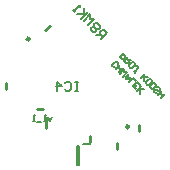
<source format=gbo>
G04*
G04 #@! TF.GenerationSoftware,Altium Limited,Altium Designer,20.0.13 (296)*
G04*
G04 Layer_Color=65280*
%FSLAX25Y25*%
%MOIN*%
G70*
G01*
G75*
%ADD10C,0.00787*%
%ADD11C,0.00600*%
%ADD44C,0.01000*%
%ADD45C,0.00984*%
D10*
X28685Y12650D02*
X29315D01*
X28685Y6350D02*
Y12650D01*
Y6350D02*
X29315D01*
Y12650D01*
X30693Y13398D02*
X33232D01*
D11*
X41550Y38816D02*
X41078D01*
X40607Y39287D01*
X40607Y39759D01*
X41550Y40701D01*
X42021D01*
X42492Y40230D01*
X42492Y39759D01*
X41785Y38109D02*
X43199Y39523D01*
X42492Y38816D01*
X43435Y37874D01*
X42728Y37167D01*
X44142Y38581D01*
X43199Y36696D02*
X44613Y38109D01*
Y37167D01*
X45555D01*
X44142Y35753D01*
X46027Y36696D02*
X45084Y35753D01*
Y34811D01*
X46027D01*
X46969Y35753D01*
X46262Y35046D01*
X45320Y35989D01*
X46027Y33868D02*
X47440Y35282D01*
X48383Y34339D01*
Y31512D02*
X47440Y32454D01*
X48854Y33868D01*
X49797Y32926D01*
X48147Y33161D02*
X48618Y32690D01*
X48854Y31040D02*
X50268Y32454D01*
X49797Y31983D01*
Y30098D01*
Y31512D01*
X51210D01*
X44500Y43652D02*
X43086Y42238D01*
X43793Y41531D01*
X44264D01*
X44736Y42002D01*
X44736Y42473D01*
X44029Y43180D01*
X45914Y42238D02*
X44500Y40824D01*
X45207Y40117D01*
X45678D01*
X46149Y40588D01*
Y41060D01*
X45443Y41767D01*
X45914Y41295D02*
X46856D01*
X46621Y38703D02*
X46149Y39175D01*
Y39646D01*
X47092Y40588D01*
X47563D01*
X48034Y40117D01*
X48034Y39646D01*
X47092Y38703D01*
X46621D01*
X48270Y37054D02*
X47799Y37525D01*
X48034Y37290D01*
X49213Y38468D01*
Y38939D01*
X48977Y39175D01*
X48506D01*
X50155Y35169D02*
X51569Y36583D01*
X51098Y36112D01*
Y34226D01*
Y35640D01*
X52511Y35640D01*
X52276Y33048D02*
X51804Y33520D01*
X51804Y33991D01*
X52747Y34933D01*
X53218D01*
X53689Y34462D01*
Y33991D01*
X52747Y33048D01*
X52276D01*
X53689Y31635D02*
X53218Y32106D01*
Y32577D01*
X54161Y33520D01*
X54632D01*
X55103Y33048D01*
X55103Y32577D01*
X54161Y31635D01*
X53689D01*
X55574Y30221D02*
X55103D01*
X54632Y30692D01*
X54632Y31163D01*
X54868Y31399D01*
X55339Y31399D01*
X55810Y30928D01*
X56281D01*
X56517Y31163D01*
X56517Y31635D01*
X56046Y32106D01*
X55574D01*
X55810Y29514D02*
X57224Y30928D01*
X56517Y30221D01*
X57459Y29278D01*
X56753Y28571D01*
X58166Y29985D01*
X20488Y22266D02*
X19821Y20933D01*
X19155Y22266D01*
X18488Y20933D02*
X17822D01*
X18155D01*
Y22933D01*
X18488Y22599D01*
X16822Y20600D02*
X15489D01*
X14823Y20933D02*
X14156D01*
X14490D01*
Y22933D01*
X14823Y22599D01*
X29249Y33999D02*
X28249D01*
X28749D01*
Y31001D01*
X29249D01*
X28249D01*
X24750Y33500D02*
X25250Y33999D01*
X26250D01*
X26750Y33500D01*
Y31500D01*
X26250Y31001D01*
X25250D01*
X24750Y31500D01*
X22251Y31001D02*
Y33999D01*
X23751Y32500D01*
X21751D01*
X36707Y48173D02*
X38827Y50293D01*
X37767Y51353D01*
X37060Y51353D01*
X36353Y50647D01*
X36353Y49940D01*
X37414Y48879D01*
X36707Y49586D02*
X35293Y49586D01*
X36353Y52060D02*
Y52767D01*
X35647Y53474D01*
X34940Y53474D01*
X34586Y53121D01*
Y52414D01*
X33879Y52414D01*
X33526Y52060D01*
X33526Y51353D01*
X34233Y50647D01*
X34940D01*
X35293Y51000D01*
Y51707D01*
X36000Y51707D01*
X36353Y52060D01*
X35293Y51707D02*
X34586Y52414D01*
X32414Y52966D02*
X34534Y55086D01*
X33121D01*
X33121Y56500D01*
X31000Y54379D01*
X32414Y57207D02*
X30293Y55086D01*
X31000Y55793D01*
Y58621D01*
Y56500D01*
X28879Y56500D01*
X28172Y57207D02*
X27466Y57914D01*
X27819Y57560D01*
X29940Y59681D01*
Y58974D01*
D44*
X49501Y17500D02*
Y19500D01*
X42218Y11497D02*
Y13497D01*
X32999Y14000D02*
Y16000D01*
X18499Y18500D02*
Y20500D01*
X15500Y24999D02*
X17500D01*
X4999Y31500D02*
Y33500D01*
X18293Y51292D02*
X19708Y52707D01*
D45*
X12992Y48295D02*
G03*
X12992Y48295I-492J0D01*
G01*
X19346Y21472D02*
G03*
X19346Y21472I-492J0D01*
G01*
X46114Y19004D02*
G03*
X46114Y19004I-492J0D01*
G01*
M02*

</source>
